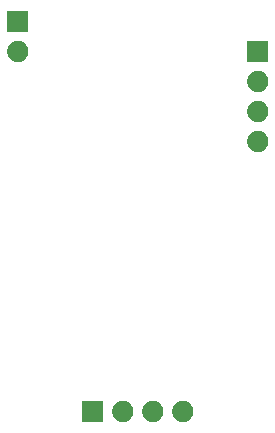
<source format=gbs>
G04 #@! TF.GenerationSoftware,KiCad,Pcbnew,5.1.5-52549c5~84~ubuntu18.04.1*
G04 #@! TF.CreationDate,2020-02-14T16:30:54+05:30*
G04 #@! TF.ProjectId,SenseEle_GPS_adapter,53656e73-6545-46c6-955f-4750535f6164,rev?*
G04 #@! TF.SameCoordinates,Original*
G04 #@! TF.FileFunction,Soldermask,Bot*
G04 #@! TF.FilePolarity,Negative*
%FSLAX46Y46*%
G04 Gerber Fmt 4.6, Leading zero omitted, Abs format (unit mm)*
G04 Created by KiCad (PCBNEW 5.1.5-52549c5~84~ubuntu18.04.1) date 2020-02-14 16:30:54*
%MOMM*%
%LPD*%
G04 APERTURE LIST*
%ADD10C,0.100000*%
G04 APERTURE END LIST*
D10*
G36*
X152513512Y-113403927D02*
G01*
X152662812Y-113433624D01*
X152826784Y-113501544D01*
X152974354Y-113600147D01*
X153099853Y-113725646D01*
X153198456Y-113873216D01*
X153266376Y-114037188D01*
X153301000Y-114211259D01*
X153301000Y-114388741D01*
X153266376Y-114562812D01*
X153198456Y-114726784D01*
X153099853Y-114874354D01*
X152974354Y-114999853D01*
X152826784Y-115098456D01*
X152662812Y-115166376D01*
X152513512Y-115196073D01*
X152488742Y-115201000D01*
X152311258Y-115201000D01*
X152286488Y-115196073D01*
X152137188Y-115166376D01*
X151973216Y-115098456D01*
X151825646Y-114999853D01*
X151700147Y-114874354D01*
X151601544Y-114726784D01*
X151533624Y-114562812D01*
X151499000Y-114388741D01*
X151499000Y-114211259D01*
X151533624Y-114037188D01*
X151601544Y-113873216D01*
X151700147Y-113725646D01*
X151825646Y-113600147D01*
X151973216Y-113501544D01*
X152137188Y-113433624D01*
X152286488Y-113403927D01*
X152311258Y-113399000D01*
X152488742Y-113399000D01*
X152513512Y-113403927D01*
G37*
G36*
X148221000Y-115201000D02*
G01*
X146419000Y-115201000D01*
X146419000Y-113399000D01*
X148221000Y-113399000D01*
X148221000Y-115201000D01*
G37*
G36*
X149973512Y-113403927D02*
G01*
X150122812Y-113433624D01*
X150286784Y-113501544D01*
X150434354Y-113600147D01*
X150559853Y-113725646D01*
X150658456Y-113873216D01*
X150726376Y-114037188D01*
X150761000Y-114211259D01*
X150761000Y-114388741D01*
X150726376Y-114562812D01*
X150658456Y-114726784D01*
X150559853Y-114874354D01*
X150434354Y-114999853D01*
X150286784Y-115098456D01*
X150122812Y-115166376D01*
X149973512Y-115196073D01*
X149948742Y-115201000D01*
X149771258Y-115201000D01*
X149746488Y-115196073D01*
X149597188Y-115166376D01*
X149433216Y-115098456D01*
X149285646Y-114999853D01*
X149160147Y-114874354D01*
X149061544Y-114726784D01*
X148993624Y-114562812D01*
X148959000Y-114388741D01*
X148959000Y-114211259D01*
X148993624Y-114037188D01*
X149061544Y-113873216D01*
X149160147Y-113725646D01*
X149285646Y-113600147D01*
X149433216Y-113501544D01*
X149597188Y-113433624D01*
X149746488Y-113403927D01*
X149771258Y-113399000D01*
X149948742Y-113399000D01*
X149973512Y-113403927D01*
G37*
G36*
X155053512Y-113403927D02*
G01*
X155202812Y-113433624D01*
X155366784Y-113501544D01*
X155514354Y-113600147D01*
X155639853Y-113725646D01*
X155738456Y-113873216D01*
X155806376Y-114037188D01*
X155841000Y-114211259D01*
X155841000Y-114388741D01*
X155806376Y-114562812D01*
X155738456Y-114726784D01*
X155639853Y-114874354D01*
X155514354Y-114999853D01*
X155366784Y-115098456D01*
X155202812Y-115166376D01*
X155053512Y-115196073D01*
X155028742Y-115201000D01*
X154851258Y-115201000D01*
X154826488Y-115196073D01*
X154677188Y-115166376D01*
X154513216Y-115098456D01*
X154365646Y-114999853D01*
X154240147Y-114874354D01*
X154141544Y-114726784D01*
X154073624Y-114562812D01*
X154039000Y-114388741D01*
X154039000Y-114211259D01*
X154073624Y-114037188D01*
X154141544Y-113873216D01*
X154240147Y-113725646D01*
X154365646Y-113600147D01*
X154513216Y-113501544D01*
X154677188Y-113433624D01*
X154826488Y-113403927D01*
X154851258Y-113399000D01*
X155028742Y-113399000D01*
X155053512Y-113403927D01*
G37*
G36*
X161403512Y-90543927D02*
G01*
X161552812Y-90573624D01*
X161716784Y-90641544D01*
X161864354Y-90740147D01*
X161989853Y-90865646D01*
X162088456Y-91013216D01*
X162156376Y-91177188D01*
X162191000Y-91351259D01*
X162191000Y-91528741D01*
X162156376Y-91702812D01*
X162088456Y-91866784D01*
X161989853Y-92014354D01*
X161864354Y-92139853D01*
X161716784Y-92238456D01*
X161552812Y-92306376D01*
X161403512Y-92336073D01*
X161378742Y-92341000D01*
X161201258Y-92341000D01*
X161176488Y-92336073D01*
X161027188Y-92306376D01*
X160863216Y-92238456D01*
X160715646Y-92139853D01*
X160590147Y-92014354D01*
X160491544Y-91866784D01*
X160423624Y-91702812D01*
X160389000Y-91528741D01*
X160389000Y-91351259D01*
X160423624Y-91177188D01*
X160491544Y-91013216D01*
X160590147Y-90865646D01*
X160715646Y-90740147D01*
X160863216Y-90641544D01*
X161027188Y-90573624D01*
X161176488Y-90543927D01*
X161201258Y-90539000D01*
X161378742Y-90539000D01*
X161403512Y-90543927D01*
G37*
G36*
X161403512Y-88003927D02*
G01*
X161552812Y-88033624D01*
X161716784Y-88101544D01*
X161864354Y-88200147D01*
X161989853Y-88325646D01*
X162088456Y-88473216D01*
X162156376Y-88637188D01*
X162191000Y-88811259D01*
X162191000Y-88988741D01*
X162156376Y-89162812D01*
X162088456Y-89326784D01*
X161989853Y-89474354D01*
X161864354Y-89599853D01*
X161716784Y-89698456D01*
X161552812Y-89766376D01*
X161403512Y-89796073D01*
X161378742Y-89801000D01*
X161201258Y-89801000D01*
X161176488Y-89796073D01*
X161027188Y-89766376D01*
X160863216Y-89698456D01*
X160715646Y-89599853D01*
X160590147Y-89474354D01*
X160491544Y-89326784D01*
X160423624Y-89162812D01*
X160389000Y-88988741D01*
X160389000Y-88811259D01*
X160423624Y-88637188D01*
X160491544Y-88473216D01*
X160590147Y-88325646D01*
X160715646Y-88200147D01*
X160863216Y-88101544D01*
X161027188Y-88033624D01*
X161176488Y-88003927D01*
X161201258Y-87999000D01*
X161378742Y-87999000D01*
X161403512Y-88003927D01*
G37*
G36*
X161403512Y-85463927D02*
G01*
X161552812Y-85493624D01*
X161716784Y-85561544D01*
X161864354Y-85660147D01*
X161989853Y-85785646D01*
X162088456Y-85933216D01*
X162156376Y-86097188D01*
X162191000Y-86271259D01*
X162191000Y-86448741D01*
X162156376Y-86622812D01*
X162088456Y-86786784D01*
X161989853Y-86934354D01*
X161864354Y-87059853D01*
X161716784Y-87158456D01*
X161552812Y-87226376D01*
X161403512Y-87256073D01*
X161378742Y-87261000D01*
X161201258Y-87261000D01*
X161176488Y-87256073D01*
X161027188Y-87226376D01*
X160863216Y-87158456D01*
X160715646Y-87059853D01*
X160590147Y-86934354D01*
X160491544Y-86786784D01*
X160423624Y-86622812D01*
X160389000Y-86448741D01*
X160389000Y-86271259D01*
X160423624Y-86097188D01*
X160491544Y-85933216D01*
X160590147Y-85785646D01*
X160715646Y-85660147D01*
X160863216Y-85561544D01*
X161027188Y-85493624D01*
X161176488Y-85463927D01*
X161201258Y-85459000D01*
X161378742Y-85459000D01*
X161403512Y-85463927D01*
G37*
G36*
X162191000Y-84721000D02*
G01*
X160389000Y-84721000D01*
X160389000Y-82919000D01*
X162191000Y-82919000D01*
X162191000Y-84721000D01*
G37*
G36*
X141083512Y-82923927D02*
G01*
X141232812Y-82953624D01*
X141396784Y-83021544D01*
X141544354Y-83120147D01*
X141669853Y-83245646D01*
X141768456Y-83393216D01*
X141836376Y-83557188D01*
X141871000Y-83731259D01*
X141871000Y-83908741D01*
X141836376Y-84082812D01*
X141768456Y-84246784D01*
X141669853Y-84394354D01*
X141544354Y-84519853D01*
X141396784Y-84618456D01*
X141232812Y-84686376D01*
X141083512Y-84716073D01*
X141058742Y-84721000D01*
X140881258Y-84721000D01*
X140856488Y-84716073D01*
X140707188Y-84686376D01*
X140543216Y-84618456D01*
X140395646Y-84519853D01*
X140270147Y-84394354D01*
X140171544Y-84246784D01*
X140103624Y-84082812D01*
X140069000Y-83908741D01*
X140069000Y-83731259D01*
X140103624Y-83557188D01*
X140171544Y-83393216D01*
X140270147Y-83245646D01*
X140395646Y-83120147D01*
X140543216Y-83021544D01*
X140707188Y-82953624D01*
X140856488Y-82923927D01*
X140881258Y-82919000D01*
X141058742Y-82919000D01*
X141083512Y-82923927D01*
G37*
G36*
X141871000Y-82181000D02*
G01*
X140069000Y-82181000D01*
X140069000Y-80379000D01*
X141871000Y-80379000D01*
X141871000Y-82181000D01*
G37*
M02*

</source>
